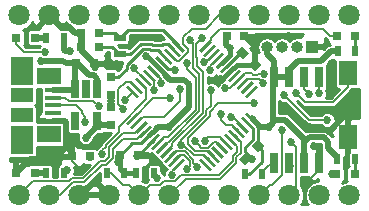
<source format=gbr>
G04 #@! TF.FileFunction,Copper,L1,Top,Signal*
%FSLAX46Y46*%
G04 Gerber Fmt 4.6, Leading zero omitted, Abs format (unit mm)*
G04 Created by KiCad (PCBNEW 4.0.7) date 2017 December 25, Monday 22:32:58*
%MOMM*%
%LPD*%
G01*
G04 APERTURE LIST*
%ADD10C,0.100000*%
%ADD11R,1.000000X1.000000*%
%ADD12O,1.000000X1.000000*%
%ADD13R,0.800000X0.750000*%
%ADD14R,0.650000X1.560000*%
%ADD15R,0.750000X0.800000*%
%ADD16C,1.800000*%
%ADD17R,0.500000X0.900000*%
%ADD18R,1.380000X0.450000*%
%ADD19R,2.100000X1.475000*%
%ADD20R,1.900000X2.375000*%
%ADD21R,1.900000X1.175000*%
%ADD22R,1.600000X2.000000*%
%ADD23R,0.800000X0.800000*%
%ADD24R,1.100000X0.600000*%
%ADD25R,0.650000X1.700000*%
%ADD26C,0.685800*%
%ADD27C,0.508000*%
%ADD28C,0.254000*%
%ADD29C,0.152400*%
%ADD30C,0.381000*%
G04 APERTURE END LIST*
D10*
D11*
X144526000Y-99568000D03*
D12*
X143256000Y-99568000D03*
X141986000Y-99568000D03*
X140716000Y-99568000D03*
D13*
X128294000Y-108712000D03*
X129794000Y-108712000D03*
D10*
G36*
X139971678Y-107401992D02*
X140502008Y-107932322D01*
X139936322Y-108498008D01*
X139405992Y-107967678D01*
X139971678Y-107401992D01*
X139971678Y-107401992D01*
G37*
G36*
X138911018Y-108462652D02*
X139441348Y-108992982D01*
X138875662Y-109558668D01*
X138345332Y-109028338D01*
X138911018Y-108462652D01*
X138911018Y-108462652D01*
G37*
D14*
X126360000Y-103171000D03*
X125410000Y-103171000D03*
X124460000Y-103171000D03*
X124460000Y-105871000D03*
X126360000Y-105871000D03*
D15*
X127508000Y-106172000D03*
X127508000Y-104672000D03*
D16*
X119761000Y-112141000D03*
X122301000Y-112141000D03*
X124841000Y-112141000D03*
X127381000Y-112141000D03*
X129921000Y-112141000D03*
X132461000Y-112141000D03*
X135001000Y-112141000D03*
X137541000Y-112141000D03*
X140081000Y-112141000D03*
X142621000Y-112141000D03*
X145161000Y-112141000D03*
X147701000Y-112141000D03*
X147701000Y-96901000D03*
X145161000Y-96901000D03*
X142621000Y-96901000D03*
X140081000Y-96901000D03*
X137541000Y-96901000D03*
X135001000Y-96901000D03*
X132461000Y-96901000D03*
X129921000Y-96901000D03*
X127381000Y-96901000D03*
X124841000Y-96901000D03*
X122301000Y-96901000D03*
X119761000Y-96901000D03*
D13*
X137311000Y-98679000D03*
X138811000Y-98679000D03*
D10*
G36*
X138091332Y-100013662D02*
X138621662Y-99483332D01*
X139187348Y-100049018D01*
X138657018Y-100579348D01*
X138091332Y-100013662D01*
X138091332Y-100013662D01*
G37*
G36*
X139151992Y-101074322D02*
X139682322Y-100543992D01*
X140248008Y-101109678D01*
X139717678Y-101640008D01*
X139151992Y-101074322D01*
X139151992Y-101074322D01*
G37*
D13*
X124587000Y-100965000D03*
X126087000Y-100965000D03*
D17*
X123547000Y-98806000D03*
X122047000Y-98806000D03*
D13*
X124992000Y-98425000D03*
X126492000Y-98425000D03*
D15*
X127508000Y-102132000D03*
X127508000Y-103632000D03*
D13*
X125706000Y-108839000D03*
X124206000Y-108839000D03*
D17*
X127151000Y-110236000D03*
X128651000Y-110236000D03*
D18*
X122611500Y-103221000D03*
X122611500Y-103871000D03*
X122611500Y-104521000D03*
X122611500Y-105171000D03*
X122611500Y-105821000D03*
D19*
X122251500Y-102058500D03*
X122251500Y-106983500D03*
D20*
X119951500Y-101611000D03*
X119951500Y-107431000D03*
D21*
X119951500Y-103681000D03*
X119951500Y-105361000D03*
D22*
X147574000Y-101821000D03*
X147574000Y-107221000D03*
D23*
X121107000Y-98806000D03*
X119507000Y-98806000D03*
D17*
X131167000Y-110236000D03*
X129667000Y-110236000D03*
X123547000Y-110236000D03*
X122047000Y-110236000D03*
D13*
X124992000Y-99568000D03*
X126492000Y-99568000D03*
D23*
X121069000Y-110236000D03*
X119469000Y-110236000D03*
D24*
X128270000Y-98803000D03*
X128270000Y-100203000D03*
D23*
X148209000Y-98679000D03*
X146609000Y-98679000D03*
X148158000Y-110363000D03*
X146558000Y-110363000D03*
D10*
G36*
X132691270Y-99129311D02*
X132868047Y-98952534D01*
X133787286Y-99871773D01*
X133610509Y-100048550D01*
X132691270Y-99129311D01*
X132691270Y-99129311D01*
G37*
G36*
X132337717Y-99482864D02*
X132514494Y-99306087D01*
X133433733Y-100225326D01*
X133256956Y-100402103D01*
X132337717Y-99482864D01*
X132337717Y-99482864D01*
G37*
G36*
X131984163Y-99836418D02*
X132160940Y-99659641D01*
X133080179Y-100578880D01*
X132903402Y-100755657D01*
X131984163Y-99836418D01*
X131984163Y-99836418D01*
G37*
G36*
X131630610Y-100189971D02*
X131807387Y-100013194D01*
X132726626Y-100932433D01*
X132549849Y-101109210D01*
X131630610Y-100189971D01*
X131630610Y-100189971D01*
G37*
G36*
X131277057Y-100543524D02*
X131453834Y-100366747D01*
X132373073Y-101285986D01*
X132196296Y-101462763D01*
X131277057Y-100543524D01*
X131277057Y-100543524D01*
G37*
G36*
X130923503Y-100897078D02*
X131100280Y-100720301D01*
X132019519Y-101639540D01*
X131842742Y-101816317D01*
X130923503Y-100897078D01*
X130923503Y-100897078D01*
G37*
G36*
X130569950Y-101250631D02*
X130746727Y-101073854D01*
X131665966Y-101993093D01*
X131489189Y-102169870D01*
X130569950Y-101250631D01*
X130569950Y-101250631D01*
G37*
G36*
X130216396Y-101604185D02*
X130393173Y-101427408D01*
X131312412Y-102346647D01*
X131135635Y-102523424D01*
X130216396Y-101604185D01*
X130216396Y-101604185D01*
G37*
G36*
X129862843Y-101957738D02*
X130039620Y-101780961D01*
X130958859Y-102700200D01*
X130782082Y-102876977D01*
X129862843Y-101957738D01*
X129862843Y-101957738D01*
G37*
G36*
X129509290Y-102311291D02*
X129686067Y-102134514D01*
X130605306Y-103053753D01*
X130428529Y-103230530D01*
X129509290Y-102311291D01*
X129509290Y-102311291D01*
G37*
G36*
X129155736Y-102664845D02*
X129332513Y-102488068D01*
X130251752Y-103407307D01*
X130074975Y-103584084D01*
X129155736Y-102664845D01*
X129155736Y-102664845D01*
G37*
G36*
X128802183Y-103018398D02*
X128978960Y-102841621D01*
X129898199Y-103760860D01*
X129721422Y-103937637D01*
X128802183Y-103018398D01*
X128802183Y-103018398D01*
G37*
G36*
X128978960Y-106200379D02*
X128802183Y-106023602D01*
X129721422Y-105104363D01*
X129898199Y-105281140D01*
X128978960Y-106200379D01*
X128978960Y-106200379D01*
G37*
G36*
X129332513Y-106553932D02*
X129155736Y-106377155D01*
X130074975Y-105457916D01*
X130251752Y-105634693D01*
X129332513Y-106553932D01*
X129332513Y-106553932D01*
G37*
G36*
X129686067Y-106907486D02*
X129509290Y-106730709D01*
X130428529Y-105811470D01*
X130605306Y-105988247D01*
X129686067Y-106907486D01*
X129686067Y-106907486D01*
G37*
G36*
X130039620Y-107261039D02*
X129862843Y-107084262D01*
X130782082Y-106165023D01*
X130958859Y-106341800D01*
X130039620Y-107261039D01*
X130039620Y-107261039D01*
G37*
G36*
X130393173Y-107614592D02*
X130216396Y-107437815D01*
X131135635Y-106518576D01*
X131312412Y-106695353D01*
X130393173Y-107614592D01*
X130393173Y-107614592D01*
G37*
G36*
X130746727Y-107968146D02*
X130569950Y-107791369D01*
X131489189Y-106872130D01*
X131665966Y-107048907D01*
X130746727Y-107968146D01*
X130746727Y-107968146D01*
G37*
G36*
X131100280Y-108321699D02*
X130923503Y-108144922D01*
X131842742Y-107225683D01*
X132019519Y-107402460D01*
X131100280Y-108321699D01*
X131100280Y-108321699D01*
G37*
G36*
X131453834Y-108675253D02*
X131277057Y-108498476D01*
X132196296Y-107579237D01*
X132373073Y-107756014D01*
X131453834Y-108675253D01*
X131453834Y-108675253D01*
G37*
G36*
X131807387Y-109028806D02*
X131630610Y-108852029D01*
X132549849Y-107932790D01*
X132726626Y-108109567D01*
X131807387Y-109028806D01*
X131807387Y-109028806D01*
G37*
G36*
X132160940Y-109382359D02*
X131984163Y-109205582D01*
X132903402Y-108286343D01*
X133080179Y-108463120D01*
X132160940Y-109382359D01*
X132160940Y-109382359D01*
G37*
G36*
X132514494Y-109735913D02*
X132337717Y-109559136D01*
X133256956Y-108639897D01*
X133433733Y-108816674D01*
X132514494Y-109735913D01*
X132514494Y-109735913D01*
G37*
G36*
X132868047Y-110089466D02*
X132691270Y-109912689D01*
X133610509Y-108993450D01*
X133787286Y-109170227D01*
X132868047Y-110089466D01*
X132868047Y-110089466D01*
G37*
G36*
X134954012Y-109170227D02*
X135130789Y-108993450D01*
X136050028Y-109912689D01*
X135873251Y-110089466D01*
X134954012Y-109170227D01*
X134954012Y-109170227D01*
G37*
G36*
X135307565Y-108816674D02*
X135484342Y-108639897D01*
X136403581Y-109559136D01*
X136226804Y-109735913D01*
X135307565Y-108816674D01*
X135307565Y-108816674D01*
G37*
G36*
X135661119Y-108463120D02*
X135837896Y-108286343D01*
X136757135Y-109205582D01*
X136580358Y-109382359D01*
X135661119Y-108463120D01*
X135661119Y-108463120D01*
G37*
G36*
X136014672Y-108109567D02*
X136191449Y-107932790D01*
X137110688Y-108852029D01*
X136933911Y-109028806D01*
X136014672Y-108109567D01*
X136014672Y-108109567D01*
G37*
G36*
X136368225Y-107756014D02*
X136545002Y-107579237D01*
X137464241Y-108498476D01*
X137287464Y-108675253D01*
X136368225Y-107756014D01*
X136368225Y-107756014D01*
G37*
G36*
X136721779Y-107402460D02*
X136898556Y-107225683D01*
X137817795Y-108144922D01*
X137641018Y-108321699D01*
X136721779Y-107402460D01*
X136721779Y-107402460D01*
G37*
G36*
X137075332Y-107048907D02*
X137252109Y-106872130D01*
X138171348Y-107791369D01*
X137994571Y-107968146D01*
X137075332Y-107048907D01*
X137075332Y-107048907D01*
G37*
G36*
X137428886Y-106695353D02*
X137605663Y-106518576D01*
X138524902Y-107437815D01*
X138348125Y-107614592D01*
X137428886Y-106695353D01*
X137428886Y-106695353D01*
G37*
G36*
X137782439Y-106341800D02*
X137959216Y-106165023D01*
X138878455Y-107084262D01*
X138701678Y-107261039D01*
X137782439Y-106341800D01*
X137782439Y-106341800D01*
G37*
G36*
X138135992Y-105988247D02*
X138312769Y-105811470D01*
X139232008Y-106730709D01*
X139055231Y-106907486D01*
X138135992Y-105988247D01*
X138135992Y-105988247D01*
G37*
G36*
X138489546Y-105634693D02*
X138666323Y-105457916D01*
X139585562Y-106377155D01*
X139408785Y-106553932D01*
X138489546Y-105634693D01*
X138489546Y-105634693D01*
G37*
G36*
X138843099Y-105281140D02*
X139019876Y-105104363D01*
X139939115Y-106023602D01*
X139762338Y-106200379D01*
X138843099Y-105281140D01*
X138843099Y-105281140D01*
G37*
G36*
X139019876Y-103937637D02*
X138843099Y-103760860D01*
X139762338Y-102841621D01*
X139939115Y-103018398D01*
X139019876Y-103937637D01*
X139019876Y-103937637D01*
G37*
G36*
X138666323Y-103584084D02*
X138489546Y-103407307D01*
X139408785Y-102488068D01*
X139585562Y-102664845D01*
X138666323Y-103584084D01*
X138666323Y-103584084D01*
G37*
G36*
X138312769Y-103230530D02*
X138135992Y-103053753D01*
X139055231Y-102134514D01*
X139232008Y-102311291D01*
X138312769Y-103230530D01*
X138312769Y-103230530D01*
G37*
G36*
X137959216Y-102876977D02*
X137782439Y-102700200D01*
X138701678Y-101780961D01*
X138878455Y-101957738D01*
X137959216Y-102876977D01*
X137959216Y-102876977D01*
G37*
G36*
X137605663Y-102523424D02*
X137428886Y-102346647D01*
X138348125Y-101427408D01*
X138524902Y-101604185D01*
X137605663Y-102523424D01*
X137605663Y-102523424D01*
G37*
G36*
X137252109Y-102169870D02*
X137075332Y-101993093D01*
X137994571Y-101073854D01*
X138171348Y-101250631D01*
X137252109Y-102169870D01*
X137252109Y-102169870D01*
G37*
G36*
X136898556Y-101816317D02*
X136721779Y-101639540D01*
X137641018Y-100720301D01*
X137817795Y-100897078D01*
X136898556Y-101816317D01*
X136898556Y-101816317D01*
G37*
G36*
X136545002Y-101462763D02*
X136368225Y-101285986D01*
X137287464Y-100366747D01*
X137464241Y-100543524D01*
X136545002Y-101462763D01*
X136545002Y-101462763D01*
G37*
G36*
X136191449Y-101109210D02*
X136014672Y-100932433D01*
X136933911Y-100013194D01*
X137110688Y-100189971D01*
X136191449Y-101109210D01*
X136191449Y-101109210D01*
G37*
G36*
X135837896Y-100755657D02*
X135661119Y-100578880D01*
X136580358Y-99659641D01*
X136757135Y-99836418D01*
X135837896Y-100755657D01*
X135837896Y-100755657D01*
G37*
G36*
X135484342Y-100402103D02*
X135307565Y-100225326D01*
X136226804Y-99306087D01*
X136403581Y-99482864D01*
X135484342Y-100402103D01*
X135484342Y-100402103D01*
G37*
G36*
X135130789Y-100048550D02*
X134954012Y-99871773D01*
X135873251Y-98952534D01*
X136050028Y-99129311D01*
X135130789Y-100048550D01*
X135130789Y-100048550D01*
G37*
D17*
X146697000Y-99949000D03*
X148197000Y-99949000D03*
X146685000Y-109093000D03*
X148185000Y-109093000D03*
X140335000Y-110363000D03*
X138835000Y-110363000D03*
D25*
X141351000Y-109441000D03*
X142621000Y-109441000D03*
X143891000Y-109441000D03*
X145161000Y-109441000D03*
X145161000Y-102141000D03*
X143891000Y-102141000D03*
X142621000Y-102141000D03*
X141351000Y-102141000D03*
D26*
X121579315Y-100774952D03*
X146098918Y-101013918D03*
X129757485Y-108786648D03*
X126275147Y-107679262D03*
X126136267Y-101239168D03*
X139433421Y-109036500D03*
X143891000Y-111125000D03*
X124968000Y-109982000D03*
X143872800Y-106273522D03*
X139573000Y-98933000D03*
X139665788Y-101085047D03*
X142621000Y-98679000D03*
X129314878Y-99123714D03*
X131447181Y-98799580D03*
X128045094Y-101062906D03*
X146138276Y-102652997D03*
X131215296Y-109234391D03*
X123940152Y-107246507D03*
X127508000Y-104140000D03*
X121569756Y-109086747D03*
X132931601Y-101539645D03*
X144682067Y-107985316D03*
X124992000Y-98425000D03*
X147320000Y-104140000D03*
X136861472Y-102311049D03*
X125410000Y-103171000D03*
X143145766Y-103454580D03*
X140428674Y-101833333D03*
X137201597Y-103077152D03*
X131132621Y-103232135D03*
X136855972Y-105217389D03*
X126458800Y-104595688D03*
X137678538Y-105522200D03*
X125350842Y-105965915D03*
X131758979Y-102641046D03*
X128144031Y-109308762D03*
X124076749Y-99878665D03*
X140852311Y-106350676D03*
X130458349Y-100383030D03*
X125367916Y-107248354D03*
X125732874Y-108859202D03*
X123771336Y-110011664D03*
X132429683Y-106360421D03*
X137549013Y-99666314D03*
X135976082Y-103202559D03*
X133467624Y-107838676D03*
X121956084Y-100017074D03*
X142188258Y-103650081D03*
X140350892Y-102667928D03*
X146207130Y-110364422D03*
X145802040Y-105758211D03*
X129496844Y-101335109D03*
X132676039Y-110391508D03*
X141986036Y-106586446D03*
X134610636Y-107558396D03*
X135448434Y-107532058D03*
X142780018Y-107624305D03*
X128561832Y-104863876D03*
X128683111Y-104034484D03*
X131390498Y-110647049D03*
X133919214Y-100946769D03*
X134175680Y-99030336D03*
X135180880Y-98839476D03*
X139645867Y-104358973D03*
X126779480Y-108611121D03*
X135907781Y-101524092D03*
X135367036Y-100883628D03*
X132539616Y-103937931D03*
X145161000Y-103517699D03*
X144288778Y-103525320D03*
X133345204Y-103099306D03*
X134834893Y-109755945D03*
X141293925Y-109571160D03*
X133940818Y-109872691D03*
X142628041Y-109620775D03*
D27*
X124612000Y-100965000D02*
X124587000Y-100965000D01*
X125631599Y-101984599D02*
X124612000Y-100965000D01*
X126060121Y-101984599D02*
X125631599Y-101984599D01*
X126360000Y-102284478D02*
X126060121Y-101984599D01*
X126360000Y-103171000D02*
X126360000Y-102284478D01*
X123679000Y-100965000D02*
X123488952Y-100774952D01*
X123488952Y-100774952D02*
X121579315Y-100774952D01*
X124587000Y-100965000D02*
X123679000Y-100965000D01*
X124460000Y-103171000D02*
X124460000Y-101092000D01*
X124460000Y-101092000D02*
X124587000Y-100965000D01*
X122611500Y-103221000D02*
X124410000Y-103221000D01*
X124410000Y-103221000D02*
X124460000Y-103171000D01*
X146138276Y-102652997D02*
X146138276Y-101053276D01*
X146138276Y-101053276D02*
X146098918Y-101013918D01*
X129757485Y-108786648D02*
X130767553Y-108786648D01*
X130767553Y-108786648D02*
X131215296Y-109234391D01*
D28*
X129757485Y-108786648D02*
X129757485Y-108780611D01*
X129757485Y-108780611D02*
X131117958Y-107420138D01*
X125932248Y-108022161D02*
X126275147Y-107679262D01*
X124715806Y-108022161D02*
X125932248Y-108022161D01*
X123940152Y-107246507D02*
X124715806Y-108022161D01*
D27*
X126136267Y-101014267D02*
X126136267Y-101239168D01*
X126087000Y-100965000D02*
X126136267Y-101014267D01*
D28*
X126312529Y-101062906D02*
X126136267Y-101239168D01*
X128045094Y-101062906D02*
X126312529Y-101062906D01*
X139090522Y-108693601D02*
X139433421Y-109036500D01*
D29*
X145161000Y-109441000D02*
X145161000Y-109966000D01*
X145161000Y-109966000D02*
X144002000Y-111125000D01*
X144002000Y-111125000D02*
X143891000Y-111125000D01*
X124206000Y-108839000D02*
X124206000Y-109220000D01*
X124206000Y-109220000D02*
X124968000Y-109982000D01*
D27*
X144357733Y-106273522D02*
X143872800Y-106273522D01*
X146098916Y-106570301D02*
X144654512Y-106570301D01*
X147320000Y-105349217D02*
X146098916Y-106570301D01*
X147320000Y-104140000D02*
X147320000Y-105349217D01*
X144654512Y-106570301D02*
X144357733Y-106273522D01*
X139700000Y-101092000D02*
X139693047Y-101085047D01*
X139693047Y-101085047D02*
X139665788Y-101085047D01*
D28*
X131447181Y-98799580D02*
X129639012Y-98799580D01*
X129639012Y-98799580D02*
X129314878Y-99123714D01*
X139511418Y-107467104D02*
X138893340Y-108085182D01*
X138893340Y-108496419D02*
X139090522Y-108693601D01*
X138893340Y-108085182D02*
X138893340Y-108496419D01*
D27*
X123940152Y-107145553D02*
X123940152Y-107246507D01*
X123728599Y-106934000D02*
X123940152Y-107145553D01*
X127508000Y-104672000D02*
X127508000Y-104140000D01*
X127508000Y-104140000D02*
X127508000Y-103632000D01*
X124992000Y-99568000D02*
X124992000Y-99870000D01*
X124992000Y-99870000D02*
X126087000Y-100965000D01*
X124992000Y-99568000D02*
X125017000Y-99568000D01*
X124206000Y-108839000D02*
X124206000Y-108502824D01*
X124206000Y-108502824D02*
X123728599Y-108025423D01*
X119469000Y-110236000D02*
X120618253Y-109086747D01*
X120618253Y-109086747D02*
X121569756Y-109086747D01*
X122667275Y-109086747D02*
X122054689Y-109086747D01*
X123728599Y-108025423D02*
X122667275Y-109086747D01*
X122054689Y-109086747D02*
X121569756Y-109086747D01*
D28*
X132355394Y-101445084D02*
X132837040Y-101445084D01*
X132837040Y-101445084D02*
X132931601Y-101539645D01*
X131825065Y-100914755D02*
X132355394Y-101445084D01*
D27*
X145161000Y-108083000D02*
X145063316Y-107985316D01*
X145161000Y-109441000D02*
X145161000Y-108083000D01*
X145063316Y-107985316D02*
X144682067Y-107985316D01*
X147574000Y-107221000D02*
X147574000Y-104394000D01*
X147574000Y-104394000D02*
X147320000Y-104140000D01*
D30*
X136934153Y-102311049D02*
X136861472Y-102311049D01*
X137623340Y-101621862D02*
X136934153Y-102311049D01*
D27*
X123728599Y-105941577D02*
X123728599Y-106934000D01*
X123728599Y-106934000D02*
X123728599Y-107594599D01*
X123608022Y-105821000D02*
X122611500Y-105821000D01*
D30*
X137623340Y-101621862D02*
X138160704Y-101084498D01*
X138160704Y-101084498D02*
X139062168Y-101084498D01*
X139062168Y-101084498D02*
X139069670Y-101092000D01*
X139069670Y-101092000D02*
X139700000Y-101092000D01*
D27*
X139700000Y-101092000D02*
X139700000Y-99497660D01*
X139700000Y-99497660D02*
X138776670Y-98574330D01*
D28*
X139511418Y-107467104D02*
X139511418Y-106479788D01*
X139511418Y-106479788D02*
X139037554Y-106005924D01*
D27*
X124992000Y-98425000D02*
X124457401Y-98425000D01*
X124457401Y-98425000D02*
X123833400Y-97800999D01*
X123833400Y-97800999D02*
X123200999Y-97800999D01*
X123200999Y-97800999D02*
X122301000Y-96901000D01*
X124992000Y-99568000D02*
X124992000Y-98425000D01*
X124841000Y-112141000D02*
X127381000Y-112141000D01*
X123728599Y-108025423D02*
X123728599Y-107594599D01*
X123608022Y-105821000D02*
X123728599Y-105941577D01*
X122047000Y-98806000D02*
X121107000Y-98806000D01*
D29*
X143488665Y-103797479D02*
X143145766Y-103454580D01*
X147574000Y-101821000D02*
X147574000Y-102973400D01*
X147574000Y-102973400D02*
X146280400Y-104267000D01*
X146280400Y-104267000D02*
X143958186Y-104267000D01*
X143958186Y-104267000D02*
X143488665Y-103797479D01*
X139443612Y-101798640D02*
X139573453Y-101928481D01*
X138860776Y-101798640D02*
X139443612Y-101798640D01*
X139573453Y-101928481D02*
X139848593Y-101928481D01*
X139943741Y-101833333D02*
X140428674Y-101833333D01*
X138330447Y-102328969D02*
X138860776Y-101798640D01*
X139848593Y-101928481D02*
X139943741Y-101833333D01*
X138330447Y-102328969D02*
X137582264Y-103077152D01*
X137582264Y-103077152D02*
X137201597Y-103077152D01*
D28*
X127508000Y-102132000D02*
X128137000Y-102132000D01*
X131648289Y-100030873D02*
X132178618Y-100561202D01*
X131481837Y-99864421D02*
X131648289Y-100030873D01*
X130889027Y-99864421D02*
X131481837Y-99864421D01*
X130201902Y-99732449D02*
X130757055Y-99732449D01*
X128846262Y-101422738D02*
X128846262Y-101088089D01*
X128137000Y-102132000D02*
X128846262Y-101422738D01*
X130757055Y-99732449D02*
X130889027Y-99864421D01*
X128846262Y-101088089D02*
X130201902Y-99732449D01*
X137269787Y-101268309D02*
X138506756Y-100031340D01*
X138506756Y-100031340D02*
X138639340Y-100031340D01*
D29*
X131187469Y-102398481D02*
X131187469Y-103177287D01*
X131187469Y-103177287D02*
X131132621Y-103232135D01*
X130764404Y-101975416D02*
X131187469Y-102398481D01*
X136855972Y-105702322D02*
X136855972Y-105217389D01*
X136855972Y-105757320D02*
X136855972Y-105702322D01*
X137281354Y-106182702D02*
X136855972Y-105757320D01*
X137800118Y-106182702D02*
X137281354Y-106182702D01*
X138330447Y-106713031D02*
X137800118Y-106182702D01*
X126115901Y-104252789D02*
X126458800Y-104595688D01*
X126042713Y-104179601D02*
X126115901Y-104252789D01*
X123952119Y-104179601D02*
X126042713Y-104179601D01*
X123643518Y-103871000D02*
X123952119Y-104179601D01*
X122611500Y-103871000D02*
X123643518Y-103871000D01*
X137846722Y-105522200D02*
X137678538Y-105522200D01*
X138684000Y-106359478D02*
X137846722Y-105522200D01*
X122611500Y-104521000D02*
X124564242Y-104521000D01*
X125051798Y-105008556D02*
X125051798Y-105181938D01*
X124564242Y-104521000D02*
X125051798Y-105008556D01*
X125051798Y-105181938D02*
X125350842Y-105480982D01*
X125350842Y-105480982D02*
X125350842Y-105965915D01*
X133591452Y-98768738D02*
X134330589Y-98029601D01*
X133244386Y-100737978D02*
X134015896Y-99966468D01*
X135542729Y-98029601D02*
X136671330Y-96901000D01*
X134015896Y-99966468D02*
X134015896Y-99729102D01*
X132532171Y-100207649D02*
X133062500Y-100737978D01*
X133591452Y-99304658D02*
X133591452Y-98768738D01*
X133062500Y-100737978D02*
X133244386Y-100737978D01*
X134015896Y-99729102D02*
X133591452Y-99304658D01*
X134330589Y-98029601D02*
X135542729Y-98029601D01*
X136671330Y-96901000D02*
X137541000Y-96901000D01*
X131117958Y-101621862D02*
X131758979Y-102262883D01*
X131758979Y-102262883D02*
X131758979Y-102641046D01*
D27*
X121069000Y-110236000D02*
X122047000Y-110236000D01*
X142621000Y-102141000D02*
X142621000Y-101504478D01*
X146104151Y-99949000D02*
X146455000Y-99949000D01*
X142621000Y-101504478D02*
X143381176Y-100744302D01*
X143381176Y-100744302D02*
X145308849Y-100744302D01*
X145308849Y-100744302D02*
X146104151Y-99949000D01*
D30*
X128294000Y-109468000D02*
X128294000Y-108712000D01*
X128294000Y-109879000D02*
X128294000Y-109468000D01*
X128651000Y-110236000D02*
X128294000Y-109879000D01*
D27*
X141351000Y-102141000D02*
X141188391Y-102303609D01*
X141188391Y-105710431D02*
X141209992Y-105732032D01*
X141188391Y-102303609D02*
X141188391Y-105710431D01*
X128255860Y-108712000D02*
X128144031Y-108823829D01*
X128144031Y-108823829D02*
X128144031Y-109308762D01*
X128294000Y-108712000D02*
X128255860Y-108712000D01*
X123547000Y-98806000D02*
X123547000Y-99764000D01*
X123547000Y-99764000D02*
X123661665Y-99878665D01*
X123661665Y-99878665D02*
X124076749Y-99878665D01*
X140136660Y-106350676D02*
X140367378Y-106350676D01*
X141195210Y-106007777D02*
X140852311Y-106350676D01*
X141209992Y-105992995D02*
X141195210Y-106007777D01*
X139414731Y-105628747D02*
X140136660Y-106350676D01*
X141209992Y-105732032D02*
X141209992Y-105992995D01*
X140367378Y-106350676D02*
X140852311Y-106350676D01*
X142240590Y-105732032D02*
X141209992Y-105732032D01*
X143891000Y-107382442D02*
X142240590Y-105732032D01*
X143891000Y-107716883D02*
X143891000Y-107382442D01*
D30*
X131471511Y-101268309D02*
X130586232Y-100383030D01*
X130586232Y-100383030D02*
X130458349Y-100383030D01*
D28*
X130764404Y-107066584D02*
X130079722Y-107751266D01*
X130079722Y-107751266D02*
X129279734Y-107751266D01*
X129279734Y-107751266D02*
X128319000Y-108712000D01*
X128319000Y-108712000D02*
X128294000Y-108712000D01*
D27*
X127508000Y-106172000D02*
X126661000Y-106172000D01*
X126661000Y-106172000D02*
X126360000Y-105871000D01*
X125367916Y-107248354D02*
X126360000Y-106256270D01*
X126360000Y-106256270D02*
X126360000Y-105871000D01*
X125437646Y-107248354D02*
X125367916Y-107248354D01*
X126360000Y-105871000D02*
X126360000Y-106326000D01*
X132100638Y-101922030D02*
X132528613Y-102350005D01*
X131470567Y-106360421D02*
X131944750Y-106360421D01*
X131944750Y-106360421D02*
X132429683Y-106360421D01*
X131336848Y-106494140D02*
X131470567Y-106360421D01*
X132772582Y-106017522D02*
X132429683Y-106360421D01*
X133704869Y-102350005D02*
X134094505Y-102739641D01*
X134094505Y-102739641D02*
X134094505Y-104695599D01*
X134094505Y-104695599D02*
X132772582Y-106017522D01*
X132528613Y-102350005D02*
X133704869Y-102350005D01*
D30*
X129667000Y-110236000D02*
X128651000Y-110236000D01*
D27*
X146685000Y-108893000D02*
X146685000Y-109093000D01*
X143891000Y-107667417D02*
X144322402Y-107236015D01*
X145903756Y-108111756D02*
X146685000Y-108893000D01*
X143891000Y-107716883D02*
X143891000Y-107667417D01*
X145514120Y-107236015D02*
X145903756Y-107625651D01*
X144322402Y-107236015D02*
X145514120Y-107236015D01*
X145903756Y-107625651D02*
X145903756Y-108111756D01*
X143891000Y-109441000D02*
X143891000Y-107716883D01*
D30*
X132061733Y-101858531D02*
X132100638Y-101922030D01*
X132100638Y-101922030D02*
X132001840Y-101798638D01*
X132001840Y-101798638D02*
X131471511Y-101268309D01*
D27*
X137276670Y-98574330D02*
X137276670Y-99393971D01*
X137276670Y-99393971D02*
X137549013Y-99666314D01*
D30*
X137549013Y-100151247D02*
X137549013Y-99666314D01*
X137549013Y-100281975D02*
X137549013Y-100151247D01*
X136916233Y-100914755D02*
X137549013Y-100281975D01*
D27*
X140716000Y-100148000D02*
X140716000Y-99441000D01*
X141351000Y-102141000D02*
X141351000Y-100783000D01*
X141351000Y-100783000D02*
X140716000Y-100148000D01*
D28*
X140289875Y-108285875D02*
X139954000Y-107950000D01*
X138835000Y-110363000D02*
X139221800Y-110363000D01*
X139221800Y-110363000D02*
X140289875Y-109294925D01*
X140289875Y-109294925D02*
X140289875Y-108285875D01*
D30*
X130764404Y-107066584D02*
X131336848Y-106494140D01*
D27*
X142621000Y-102141000D02*
X141351000Y-102141000D01*
D28*
X139954000Y-107950000D02*
X139954000Y-106215264D01*
X139954000Y-106215264D02*
X139391107Y-105652371D01*
X128270000Y-98803000D02*
X128924055Y-98148945D01*
X128924055Y-98148945D02*
X131887681Y-98148945D01*
X131887681Y-98148945D02*
X133239278Y-99500542D01*
X126492000Y-98425000D02*
X127892000Y-98425000D01*
X127892000Y-98425000D02*
X128270000Y-98803000D01*
X129156600Y-100203000D02*
X130033562Y-99326038D01*
X130033562Y-99326038D02*
X130925395Y-99326038D01*
X131036105Y-99436748D02*
X131830252Y-99436748D01*
X131943234Y-99323766D02*
X132355396Y-99323766D01*
X128270000Y-100203000D02*
X129156600Y-100203000D01*
X131830252Y-99436748D02*
X131943234Y-99323766D01*
X132355396Y-99323766D02*
X132885725Y-99854095D01*
X130925395Y-99326038D02*
X131036105Y-99436748D01*
X128270000Y-100203000D02*
X128520000Y-100203000D01*
X132709724Y-99678094D02*
X132885725Y-99854095D01*
X126492000Y-99568000D02*
X127635000Y-99568000D01*
X127635000Y-99568000D02*
X128270000Y-100203000D01*
X126492000Y-99568000D02*
X126738078Y-99568000D01*
D29*
X135595742Y-104933731D02*
X135976082Y-104553391D01*
X135976082Y-103687492D02*
X135976082Y-103202559D01*
X133467624Y-107429225D02*
X135595742Y-105301107D01*
X133467624Y-107838676D02*
X133467624Y-107429225D01*
X135976082Y-104553391D02*
X135976082Y-103687492D01*
X135595742Y-105301107D02*
X135595742Y-104933731D01*
X133641172Y-107838676D02*
X133467624Y-107838676D01*
X134515675Y-108713179D02*
X133641172Y-107838676D01*
X135855573Y-109187905D02*
X135380847Y-108713179D01*
X135380847Y-108713179D02*
X134515675Y-108713179D01*
X121956084Y-100017074D02*
X120165674Y-100017074D01*
X120165674Y-100017074D02*
X119507000Y-99358400D01*
X119507000Y-99358400D02*
X119507000Y-98806000D01*
D28*
X148197000Y-99949000D02*
X148197000Y-98691000D01*
X148197000Y-98691000D02*
X148209000Y-98679000D01*
D29*
X135502020Y-99500542D02*
X135988535Y-99014027D01*
X135988535Y-99014027D02*
X135988535Y-98814983D01*
X135988535Y-98814983D02*
X136728119Y-98075399D01*
X145452999Y-98075399D02*
X146056600Y-98679000D01*
X136728119Y-98075399D02*
X145452999Y-98075399D01*
X146056600Y-98679000D02*
X146609000Y-98679000D01*
D28*
X148158000Y-110363000D02*
X148158000Y-109120000D01*
X148158000Y-109120000D02*
X148185000Y-109093000D01*
D29*
X142531157Y-103992980D02*
X142188258Y-103650081D01*
X145802040Y-105758211D02*
X144296388Y-105758211D01*
X144296388Y-105758211D02*
X142531157Y-103992980D01*
X138684000Y-102682522D02*
X139107064Y-102259458D01*
X140007993Y-102325029D02*
X140350892Y-102667928D01*
X139942422Y-102259458D02*
X140007993Y-102325029D01*
X139107064Y-102259458D02*
X139942422Y-102259458D01*
X130410851Y-102328969D02*
X129496844Y-101414962D01*
X129496844Y-101414962D02*
X129496844Y-101335109D01*
X132676039Y-110391508D02*
X132676039Y-110104697D01*
X132676039Y-110104697D02*
X133239278Y-109541458D01*
X140081000Y-112141000D02*
X140980999Y-111241001D01*
X140980999Y-111241001D02*
X141137481Y-111241001D01*
X141137481Y-111241001D02*
X141986036Y-110392446D01*
X141986036Y-110392446D02*
X141986036Y-107071379D01*
X141986036Y-107071379D02*
X141986036Y-106586446D01*
X135697374Y-108103559D02*
X135155799Y-108103559D01*
X136916233Y-108127245D02*
X136385904Y-107596916D01*
X134953535Y-107901295D02*
X134610636Y-107558396D01*
X135155799Y-108103559D02*
X134953535Y-107901295D01*
X136204017Y-107596916D02*
X135697374Y-108103559D01*
X136385904Y-107596916D02*
X136204017Y-107596916D01*
X137269787Y-107773691D02*
X136739458Y-107243362D01*
X136739458Y-107243362D02*
X135737130Y-107243362D01*
X135737130Y-107243362D02*
X135448434Y-107532058D01*
X143122917Y-107967204D02*
X142780018Y-107624305D01*
X143199542Y-111562458D02*
X143199542Y-108043829D01*
X142621000Y-112141000D02*
X143199542Y-111562458D01*
X143199542Y-108043829D02*
X143122917Y-107967204D01*
X125136863Y-110707588D02*
X126591863Y-109252588D01*
X124173016Y-110707588D02*
X125136863Y-110707588D01*
X129526969Y-106889807D02*
X130057298Y-106359478D01*
X127360588Y-108027863D02*
X128498644Y-106889807D01*
X119761000Y-112141000D02*
X120939204Y-110962796D01*
X127350997Y-108885426D02*
X127350997Y-108180745D01*
X126983835Y-109252588D02*
X127350997Y-108885426D01*
X127350997Y-108180745D02*
X127360588Y-108171154D01*
X126591863Y-109252588D02*
X126983835Y-109252588D01*
X123917807Y-110962796D02*
X124173016Y-110707588D01*
X120939204Y-110962796D02*
X123917807Y-110962796D01*
X127360588Y-108171154D02*
X127360588Y-108027863D01*
X128498644Y-106889807D02*
X129526969Y-106889807D01*
X126718119Y-109557399D02*
X125263119Y-111012399D01*
X130410851Y-106713031D02*
X129728226Y-107395656D01*
X127655808Y-108248851D02*
X127655808Y-109011682D01*
X127655808Y-109011682D02*
X127110091Y-109557399D01*
X124299272Y-111012399D02*
X123170670Y-112141000D01*
X128509003Y-107395656D02*
X127655808Y-108248851D01*
X127110091Y-109557399D02*
X126718119Y-109557399D01*
X129728226Y-107395656D02*
X128509003Y-107395656D01*
X123170670Y-112141000D02*
X122301000Y-112141000D01*
X125263119Y-111012399D02*
X124299272Y-111012399D01*
X128111601Y-103137477D02*
X128111601Y-104413645D01*
X129703744Y-103036076D02*
X129173415Y-102505747D01*
X128743331Y-102505747D02*
X128111601Y-103137477D01*
X129173415Y-102505747D02*
X128743331Y-102505747D01*
X128111601Y-104413645D02*
X128218933Y-104520977D01*
X128218933Y-104520977D02*
X128561832Y-104863876D01*
X129350191Y-103389629D02*
X128705336Y-104034484D01*
X128705336Y-104034484D02*
X128683111Y-104034484D01*
X137623340Y-107420138D02*
X138153669Y-107950467D01*
X137811911Y-109249288D02*
X136616998Y-110444201D01*
X138153669Y-107950467D02*
X138153669Y-108465628D01*
X131968661Y-110963009D02*
X131690669Y-111241001D01*
X138153669Y-108465628D02*
X137811911Y-108807386D01*
X136616998Y-110444201D02*
X133466955Y-110444201D01*
X137811911Y-108807386D02*
X137811911Y-109249288D01*
X133466955Y-110444201D02*
X132948147Y-110963009D01*
X131690669Y-111241001D02*
X130820999Y-111241001D01*
X130820999Y-111241001D02*
X129921000Y-112141000D01*
X132948147Y-110963009D02*
X131968661Y-110963009D01*
X127151000Y-110236000D02*
X127553400Y-110236000D01*
X127553400Y-110236000D02*
X128558401Y-111241001D01*
X128558401Y-111241001D02*
X129021001Y-111241001D01*
X129021001Y-111241001D02*
X129921000Y-112141000D01*
X130145601Y-111916399D02*
X129921000Y-112141000D01*
X131167000Y-110236000D02*
X131167000Y-110423551D01*
X131167000Y-110423551D02*
X131390498Y-110647049D01*
X132461000Y-112141000D02*
X133852989Y-110749011D01*
X133852989Y-110749011D02*
X136743255Y-110749010D01*
X136743255Y-110749010D02*
X138116722Y-109375543D01*
X138116722Y-109375543D02*
X138116722Y-109123032D01*
X138116722Y-108933642D02*
X138116722Y-109123032D01*
X137976894Y-107066584D02*
X138507223Y-107596913D01*
X138507223Y-107596913D02*
X138507223Y-108543141D01*
X138507223Y-108543141D02*
X138116722Y-108933642D01*
X131471511Y-107773691D02*
X132001840Y-107243362D01*
X132354980Y-107243362D02*
X134681309Y-104917033D01*
X134681309Y-104917033D02*
X134681309Y-104554963D01*
X134681309Y-104554963D02*
X134684743Y-104551529D01*
X134684743Y-102197231D02*
X133919214Y-101431702D01*
X133919214Y-101431702D02*
X133919214Y-100946769D01*
X134684743Y-104551529D02*
X134684743Y-102197231D01*
X132001840Y-107243362D02*
X132354980Y-107243362D01*
X134986120Y-104681219D02*
X134989554Y-104677785D01*
X134490715Y-101328718D02*
X134490715Y-100636573D01*
X134418963Y-100564821D02*
X134418963Y-99273619D01*
X134989554Y-104677785D02*
X134989554Y-101827557D01*
X131825065Y-108127245D02*
X132355394Y-107596916D01*
X134490715Y-100636573D02*
X134418963Y-100564821D01*
X132355394Y-107596916D02*
X132432493Y-107596916D01*
X134989554Y-101827557D02*
X134490715Y-101328718D01*
X134986120Y-105043289D02*
X134986120Y-104681219D01*
X134418963Y-99273619D02*
X134175680Y-99030336D01*
X132432493Y-107596916D02*
X134986120Y-105043289D01*
X132708947Y-107950469D02*
X132708947Y-107751529D01*
X132178618Y-108480798D02*
X132708947Y-107950469D01*
X134837981Y-99182375D02*
X135180880Y-98839476D01*
X134723774Y-99296582D02*
X134837981Y-99182375D01*
X134795526Y-101186343D02*
X134795526Y-100510317D01*
X135294365Y-101685182D02*
X134795526Y-101186343D01*
X135294365Y-104804041D02*
X135294365Y-101685182D01*
X134723774Y-100438565D02*
X134723774Y-99296582D01*
X134795526Y-100510317D02*
X134723774Y-100438565D01*
X132708947Y-107751529D02*
X135290931Y-105169545D01*
X135290931Y-105169545D02*
X135290931Y-104807475D01*
X135290931Y-104807475D02*
X135294365Y-104804041D01*
X135900553Y-105059987D02*
X136601567Y-104358973D01*
X136601567Y-104358973D02*
X139160934Y-104358973D01*
X134039126Y-107805561D02*
X134039126Y-107288790D01*
X135900553Y-105427363D02*
X135900553Y-105059987D01*
X135507103Y-108408368D02*
X134641933Y-108408368D01*
X139160934Y-104358973D02*
X139645867Y-104358973D01*
X134039126Y-107288790D02*
X135900553Y-105427363D01*
X134641933Y-108408368D02*
X134039126Y-107805561D01*
X136209127Y-108834351D02*
X135783145Y-108408369D01*
X135783145Y-108408369D02*
X135507103Y-108408368D01*
X130057298Y-102682522D02*
X130480362Y-103105586D01*
X130480362Y-104022118D02*
X128188694Y-106313786D01*
X130480362Y-103105586D02*
X130480362Y-104022118D01*
X128188694Y-106313786D02*
X128188694Y-106768690D01*
X127055777Y-107901607D02*
X127055777Y-108018080D01*
X128188694Y-106768690D02*
X127055777Y-107901607D01*
X127055777Y-108018080D02*
X126779480Y-108294377D01*
X126779480Y-108294377D02*
X126779480Y-108611121D01*
X136562680Y-100561202D02*
X135907781Y-101216101D01*
X135907781Y-101216101D02*
X135907781Y-101524092D01*
X136209127Y-100207649D02*
X135533148Y-100883628D01*
X135533148Y-100883628D02*
X135367036Y-100883628D01*
X129350191Y-105652371D02*
X131064631Y-103937931D01*
X131064631Y-103937931D02*
X132054683Y-103937931D01*
X132054683Y-103937931D02*
X132539616Y-103937931D01*
X145161000Y-102141000D02*
X145161000Y-103517699D01*
X144272920Y-103525320D02*
X144288778Y-103525320D01*
X143891000Y-103143400D02*
X144272920Y-103525320D01*
X143891000Y-102141000D02*
X143891000Y-103143400D01*
X132030011Y-105475595D02*
X130234073Y-105475595D01*
X130234073Y-105475595D02*
X129703744Y-106005924D01*
X133345204Y-104160402D02*
X132030011Y-105475595D01*
X133345204Y-103099306D02*
X133345204Y-104160402D01*
X134491994Y-109413046D02*
X134834893Y-109755945D01*
X132532171Y-108834351D02*
X132956333Y-108410189D01*
X134491994Y-109120565D02*
X134491994Y-109413046D01*
X133781618Y-108410189D02*
X134491994Y-109120565D01*
X132956333Y-108410189D02*
X133781618Y-108410189D01*
X140926840Y-109571160D02*
X141293925Y-109571160D01*
X140335000Y-110163000D02*
X140926840Y-109571160D01*
X140335000Y-110363000D02*
X140335000Y-110163000D01*
X132885725Y-109187905D02*
X133308790Y-108764840D01*
X133308790Y-108764840D02*
X133705204Y-108764840D01*
X133705204Y-108764840D02*
X134174998Y-109234635D01*
X134174998Y-109234635D02*
X134174998Y-109638511D01*
X134174998Y-109638511D02*
X133940818Y-109872691D01*
D28*
G36*
X144297673Y-110650698D02*
X144476301Y-110829327D01*
X144709690Y-110926000D01*
X144875250Y-110926000D01*
X145033998Y-110767252D01*
X145033998Y-110913889D01*
X144918005Y-110913788D01*
X144466869Y-111100194D01*
X144121407Y-111445053D01*
X143934214Y-111895864D01*
X143933788Y-112383995D01*
X144120194Y-112835131D01*
X144187945Y-112903000D01*
X143594424Y-112903000D01*
X143660593Y-112836947D01*
X143847786Y-112386136D01*
X143848212Y-111898005D01*
X143661806Y-111446869D01*
X143602742Y-111387702D01*
X143602742Y-110624406D01*
X144216000Y-110624406D01*
X144281665Y-110612051D01*
X144297673Y-110650698D01*
X144297673Y-110650698D01*
G37*
X144297673Y-110650698D02*
X144476301Y-110829327D01*
X144709690Y-110926000D01*
X144875250Y-110926000D01*
X145033998Y-110767252D01*
X145033998Y-110913889D01*
X144918005Y-110913788D01*
X144466869Y-111100194D01*
X144121407Y-111445053D01*
X143934214Y-111895864D01*
X143933788Y-112383995D01*
X144120194Y-112835131D01*
X144187945Y-112903000D01*
X143594424Y-112903000D01*
X143660593Y-112836947D01*
X143847786Y-112386136D01*
X143848212Y-111898005D01*
X143661806Y-111446869D01*
X143602742Y-111387702D01*
X143602742Y-110624406D01*
X144216000Y-110624406D01*
X144281665Y-110612051D01*
X144297673Y-110650698D01*
G36*
X126567594Y-110686000D02*
X126588200Y-110795514D01*
X126566852Y-110804357D01*
X126480446Y-111060841D01*
X127381000Y-111961395D01*
X127395143Y-111947253D01*
X127574748Y-112126858D01*
X127560605Y-112141000D01*
X127574748Y-112155143D01*
X127395143Y-112334748D01*
X127381000Y-112320605D01*
X127366858Y-112334748D01*
X127187253Y-112155143D01*
X127201395Y-112141000D01*
X126300841Y-111240446D01*
X126111000Y-111304401D01*
X125921159Y-111240446D01*
X125020605Y-112141000D01*
X125034748Y-112155143D01*
X124855143Y-112334748D01*
X124841000Y-112320605D01*
X124826858Y-112334748D01*
X124647253Y-112155143D01*
X124661395Y-112141000D01*
X124647253Y-112126858D01*
X124826858Y-111947253D01*
X124841000Y-111961395D01*
X125417631Y-111384764D01*
X125548224Y-111297504D01*
X126567594Y-110278135D01*
X126567594Y-110686000D01*
X126567594Y-110686000D01*
G37*
X126567594Y-110686000D02*
X126588200Y-110795514D01*
X126566852Y-110804357D01*
X126480446Y-111060841D01*
X127381000Y-111961395D01*
X127395143Y-111947253D01*
X127574748Y-112126858D01*
X127560605Y-112141000D01*
X127574748Y-112155143D01*
X127395143Y-112334748D01*
X127381000Y-112320605D01*
X127366858Y-112334748D01*
X127187253Y-112155143D01*
X127201395Y-112141000D01*
X126300841Y-111240446D01*
X126111000Y-111304401D01*
X125921159Y-111240446D01*
X125020605Y-112141000D01*
X125034748Y-112155143D01*
X124855143Y-112334748D01*
X124841000Y-112320605D01*
X124826858Y-112334748D01*
X124647253Y-112155143D01*
X124661395Y-112141000D01*
X124647253Y-112126858D01*
X124826858Y-111947253D01*
X124841000Y-111961395D01*
X125417631Y-111384764D01*
X125548224Y-111297504D01*
X126567594Y-110278135D01*
X126567594Y-110686000D01*
G36*
X148490672Y-105586000D02*
X147859750Y-105586000D01*
X147701000Y-105744750D01*
X147701000Y-107094000D01*
X147721000Y-107094000D01*
X147721000Y-107348000D01*
X147701000Y-107348000D01*
X147701000Y-108406245D01*
X147627862Y-108513286D01*
X147601594Y-108643000D01*
X147601594Y-109543000D01*
X147623759Y-109660800D01*
X147525526Y-109724012D01*
X147450862Y-109833286D01*
X147424594Y-109963000D01*
X147424594Y-110763000D01*
X147447395Y-110884179D01*
X147466453Y-110913795D01*
X147458005Y-110913788D01*
X147093460Y-111064415D01*
X147190474Y-111001988D01*
X147265138Y-110892714D01*
X147291406Y-110763000D01*
X147291406Y-109963000D01*
X147268605Y-109841821D01*
X147199728Y-109734783D01*
X147242138Y-109672714D01*
X147268406Y-109543000D01*
X147268406Y-108856000D01*
X147288250Y-108856000D01*
X147447000Y-108697250D01*
X147447000Y-107348000D01*
X147427000Y-107348000D01*
X147427000Y-107094000D01*
X147447000Y-107094000D01*
X147447000Y-105744750D01*
X147288250Y-105586000D01*
X146647690Y-105586000D01*
X146472027Y-105658762D01*
X146472056Y-105625544D01*
X146370285Y-105379239D01*
X146182003Y-105190629D01*
X145935876Y-105088428D01*
X145669373Y-105088195D01*
X145423068Y-105189966D01*
X145257735Y-105355011D01*
X144463399Y-105355011D01*
X143232943Y-104124556D01*
X143245543Y-104124567D01*
X143673081Y-104552105D01*
X143803888Y-104639508D01*
X143958186Y-104670200D01*
X146280400Y-104670200D01*
X146434698Y-104639508D01*
X146565505Y-104552105D01*
X147859106Y-103258505D01*
X147928662Y-103154406D01*
X148374000Y-103154406D01*
X148495179Y-103131605D01*
X148499807Y-103128627D01*
X148490672Y-105586000D01*
X148490672Y-105586000D01*
G37*
X148490672Y-105586000D02*
X147859750Y-105586000D01*
X147701000Y-105744750D01*
X147701000Y-107094000D01*
X147721000Y-107094000D01*
X147721000Y-107348000D01*
X147701000Y-107348000D01*
X147701000Y-108406245D01*
X147627862Y-108513286D01*
X147601594Y-108643000D01*
X147601594Y-109543000D01*
X147623759Y-109660800D01*
X147525526Y-109724012D01*
X147450862Y-109833286D01*
X147424594Y-109963000D01*
X147424594Y-110763000D01*
X147447395Y-110884179D01*
X147466453Y-110913795D01*
X147458005Y-110913788D01*
X147093460Y-111064415D01*
X147190474Y-111001988D01*
X147265138Y-110892714D01*
X147291406Y-110763000D01*
X147291406Y-109963000D01*
X147268605Y-109841821D01*
X147199728Y-109734783D01*
X147242138Y-109672714D01*
X147268406Y-109543000D01*
X147268406Y-108856000D01*
X147288250Y-108856000D01*
X147447000Y-108697250D01*
X147447000Y-107348000D01*
X147427000Y-107348000D01*
X147427000Y-107094000D01*
X147447000Y-107094000D01*
X147447000Y-105744750D01*
X147288250Y-105586000D01*
X146647690Y-105586000D01*
X146472027Y-105658762D01*
X146472056Y-105625544D01*
X146370285Y-105379239D01*
X146182003Y-105190629D01*
X145935876Y-105088428D01*
X145669373Y-105088195D01*
X145423068Y-105189966D01*
X145257735Y-105355011D01*
X144463399Y-105355011D01*
X143232943Y-104124556D01*
X143245543Y-104124567D01*
X143673081Y-104552105D01*
X143803888Y-104639508D01*
X143958186Y-104670200D01*
X146280400Y-104670200D01*
X146434698Y-104639508D01*
X146565505Y-104552105D01*
X147859106Y-103258505D01*
X147928662Y-103154406D01*
X148374000Y-103154406D01*
X148495179Y-103131605D01*
X148499807Y-103128627D01*
X148490672Y-105586000D01*
G36*
X129921000Y-108585000D02*
X130576610Y-108585000D01*
X130620418Y-108603146D01*
X130873037Y-108603145D01*
X130909372Y-108588095D01*
X130966336Y-108627016D01*
X130970849Y-108627995D01*
X131041303Y-108734230D01*
X131218080Y-108911007D01*
X131319890Y-108980570D01*
X131324403Y-108981549D01*
X131394856Y-109087783D01*
X131571633Y-109264560D01*
X131673443Y-109334123D01*
X131677956Y-109335102D01*
X131748409Y-109441336D01*
X131925186Y-109618113D01*
X132026996Y-109687676D01*
X132031509Y-109688655D01*
X132101963Y-109794890D01*
X132213629Y-109906556D01*
X132108457Y-110011545D01*
X132006256Y-110257672D01*
X132006147Y-110382803D01*
X131958743Y-110268077D01*
X131770461Y-110079467D01*
X131750406Y-110071139D01*
X131750406Y-109786000D01*
X131727605Y-109664821D01*
X131655988Y-109553526D01*
X131546714Y-109478862D01*
X131417000Y-109452594D01*
X130917000Y-109452594D01*
X130795821Y-109475395D01*
X130684526Y-109547012D01*
X130609862Y-109656286D01*
X130583594Y-109786000D01*
X130583594Y-110686000D01*
X130606395Y-110807179D01*
X130652119Y-110878236D01*
X130535894Y-110955895D01*
X130456857Y-111034932D01*
X130166136Y-110914214D01*
X130156841Y-110914206D01*
X130224138Y-110815714D01*
X130250406Y-110686000D01*
X130250406Y-109786000D01*
X130238364Y-109722000D01*
X130320309Y-109722000D01*
X130553698Y-109625327D01*
X130732327Y-109446699D01*
X130829000Y-109213310D01*
X130829000Y-108997750D01*
X130670250Y-108839000D01*
X129921000Y-108839000D01*
X129921000Y-108859000D01*
X129667000Y-108859000D01*
X129667000Y-108839000D01*
X129647000Y-108839000D01*
X129647000Y-108585000D01*
X129667000Y-108585000D01*
X129667000Y-108565000D01*
X129921000Y-108565000D01*
X129921000Y-108585000D01*
X129921000Y-108585000D01*
G37*
X129921000Y-108585000D02*
X130576610Y-108585000D01*
X130620418Y-108603146D01*
X130873037Y-108603145D01*
X130909372Y-108588095D01*
X130966336Y-108627016D01*
X130970849Y-108627995D01*
X131041303Y-108734230D01*
X131218080Y-108911007D01*
X131319890Y-108980570D01*
X131324403Y-108981549D01*
X131394856Y-109087783D01*
X131571633Y-109264560D01*
X131673443Y-109334123D01*
X131677956Y-109335102D01*
X131748409Y-109441336D01*
X131925186Y-109618113D01*
X132026996Y-109687676D01*
X132031509Y-109688655D01*
X132101963Y-109794890D01*
X132213629Y-109906556D01*
X132108457Y-110011545D01*
X132006256Y-110257672D01*
X132006147Y-110382803D01*
X131958743Y-110268077D01*
X131770461Y-110079467D01*
X131750406Y-110071139D01*
X131750406Y-109786000D01*
X131727605Y-109664821D01*
X131655988Y-109553526D01*
X131546714Y-109478862D01*
X131417000Y-109452594D01*
X130917000Y-109452594D01*
X130795821Y-109475395D01*
X130684526Y-109547012D01*
X130609862Y-109656286D01*
X130583594Y-109786000D01*
X130583594Y-110686000D01*
X130606395Y-110807179D01*
X130652119Y-110878236D01*
X130535894Y-110955895D01*
X130456857Y-111034932D01*
X130166136Y-110914214D01*
X130156841Y-110914206D01*
X130224138Y-110815714D01*
X130250406Y-110686000D01*
X130250406Y-109786000D01*
X130238364Y-109722000D01*
X130320309Y-109722000D01*
X130553698Y-109625327D01*
X130732327Y-109446699D01*
X130829000Y-109213310D01*
X130829000Y-108997750D01*
X130670250Y-108839000D01*
X129921000Y-108839000D01*
X129921000Y-108859000D01*
X129667000Y-108859000D01*
X129667000Y-108839000D01*
X129647000Y-108839000D01*
X129647000Y-108585000D01*
X129667000Y-108585000D01*
X129667000Y-108565000D01*
X129921000Y-108565000D01*
X129921000Y-108585000D01*
G36*
X123801594Y-106651000D02*
X123824395Y-106772179D01*
X123896012Y-106883474D01*
X124005286Y-106958138D01*
X124135000Y-106984406D01*
X124752160Y-106984406D01*
X124698133Y-107114518D01*
X124697900Y-107381021D01*
X124799671Y-107627326D01*
X124987953Y-107815936D01*
X125234080Y-107918137D01*
X125500583Y-107918370D01*
X125746888Y-107816599D01*
X125935498Y-107628317D01*
X126024890Y-107413038D01*
X126453522Y-106984406D01*
X126685000Y-106984406D01*
X126806179Y-106961605D01*
X126917474Y-106889988D01*
X126949840Y-106842620D01*
X127003286Y-106879138D01*
X127133000Y-106905406D01*
X127481767Y-106905406D01*
X126770672Y-107616502D01*
X126683269Y-107747309D01*
X126665126Y-107838521D01*
X126503204Y-108000443D01*
X126400508Y-108042876D01*
X126265759Y-108177391D01*
X126235714Y-108156862D01*
X126106000Y-108130594D01*
X125306000Y-108130594D01*
X125184821Y-108153395D01*
X125168905Y-108163637D01*
X125144327Y-108104301D01*
X124965698Y-107925673D01*
X124732309Y-107829000D01*
X124491750Y-107829000D01*
X124333000Y-107987750D01*
X124333000Y-108712000D01*
X124353000Y-108712000D01*
X124353000Y-108966000D01*
X124333000Y-108966000D01*
X124333000Y-108986000D01*
X124079000Y-108986000D01*
X124079000Y-108966000D01*
X123329750Y-108966000D01*
X123171000Y-109124750D01*
X123171000Y-109340310D01*
X123223257Y-109466469D01*
X123175821Y-109475395D01*
X123064526Y-109547012D01*
X122989862Y-109656286D01*
X122963594Y-109786000D01*
X122963594Y-110559596D01*
X122630406Y-110559596D01*
X122630406Y-109786000D01*
X122607605Y-109664821D01*
X122535988Y-109553526D01*
X122426714Y-109478862D01*
X122297000Y-109452594D01*
X121797000Y-109452594D01*
X121675821Y-109475395D01*
X121594164Y-109527941D01*
X121469000Y-109502594D01*
X120669000Y-109502594D01*
X120547821Y-109525395D01*
X120452950Y-109586444D01*
X120407327Y-109476301D01*
X120228698Y-109297673D01*
X119995309Y-109201000D01*
X119754750Y-109201000D01*
X119596000Y-109359750D01*
X119596000Y-110109000D01*
X119616000Y-110109000D01*
X119616000Y-110363000D01*
X119596000Y-110363000D01*
X119596000Y-110383000D01*
X119342000Y-110383000D01*
X119342000Y-110363000D01*
X119322000Y-110363000D01*
X119322000Y-110109000D01*
X119342000Y-110109000D01*
X119342000Y-109359750D01*
X119183250Y-109201000D01*
X118999000Y-109201000D01*
X118999000Y-108951400D01*
X119001500Y-108951906D01*
X120901500Y-108951906D01*
X121022679Y-108929105D01*
X121133974Y-108857488D01*
X121208638Y-108748214D01*
X121234906Y-108618500D01*
X121234906Y-108054406D01*
X123301500Y-108054406D01*
X123321292Y-108050682D01*
X123267673Y-108104301D01*
X123171000Y-108337690D01*
X123171000Y-108553250D01*
X123329750Y-108712000D01*
X124079000Y-108712000D01*
X124079000Y-107987750D01*
X123920250Y-107829000D01*
X123679691Y-107829000D01*
X123601284Y-107861477D01*
X123608638Y-107850714D01*
X123634906Y-107721000D01*
X123634906Y-106595218D01*
X123661198Y-106584327D01*
X123801594Y-106443932D01*
X123801594Y-106651000D01*
X123801594Y-106651000D01*
G37*
X123801594Y-106651000D02*
X123824395Y-106772179D01*
X123896012Y-106883474D01*
X124005286Y-106958138D01*
X124135000Y-106984406D01*
X124752160Y-106984406D01*
X124698133Y-107114518D01*
X124697900Y-107381021D01*
X124799671Y-107627326D01*
X124987953Y-107815936D01*
X125234080Y-107918137D01*
X125500583Y-107918370D01*
X125746888Y-107816599D01*
X125935498Y-107628317D01*
X126024890Y-107413038D01*
X126453522Y-106984406D01*
X126685000Y-106984406D01*
X126806179Y-106961605D01*
X126917474Y-106889988D01*
X126949840Y-106842620D01*
X127003286Y-106879138D01*
X127133000Y-106905406D01*
X127481767Y-106905406D01*
X126770672Y-107616502D01*
X126683269Y-107747309D01*
X126665126Y-107838521D01*
X126503204Y-108000443D01*
X126400508Y-108042876D01*
X126265759Y-108177391D01*
X126235714Y-108156862D01*
X126106000Y-108130594D01*
X125306000Y-108130594D01*
X125184821Y-108153395D01*
X125168905Y-108163637D01*
X125144327Y-108104301D01*
X124965698Y-107925673D01*
X124732309Y-107829000D01*
X124491750Y-107829000D01*
X124333000Y-107987750D01*
X124333000Y-108712000D01*
X124353000Y-108712000D01*
X124353000Y-108966000D01*
X124333000Y-108966000D01*
X124333000Y-108986000D01*
X124079000Y-108986000D01*
X124079000Y-108966000D01*
X123329750Y-108966000D01*
X123171000Y-109124750D01*
X123171000Y-109340310D01*
X123223257Y-109466469D01*
X123175821Y-109475395D01*
X123064526Y-109547012D01*
X122989862Y-109656286D01*
X122963594Y-109786000D01*
X122963594Y-110559596D01*
X122630406Y-110559596D01*
X122630406Y-109786000D01*
X122607605Y-109664821D01*
X122535988Y-109553526D01*
X122426714Y-109478862D01*
X122297000Y-109452594D01*
X121797000Y-109452594D01*
X121675821Y-109475395D01*
X121594164Y-109527941D01*
X121469000Y-109502594D01*
X120669000Y-109502594D01*
X120547821Y-109525395D01*
X120452950Y-109586444D01*
X120407327Y-109476301D01*
X120228698Y-109297673D01*
X119995309Y-109201000D01*
X119754750Y-109201000D01*
X119596000Y-109359750D01*
X119596000Y-110109000D01*
X119616000Y-110109000D01*
X119616000Y-110363000D01*
X119596000Y-110363000D01*
X119596000Y-110383000D01*
X119342000Y-110383000D01*
X119342000Y-110363000D01*
X119322000Y-110363000D01*
X119322000Y-110109000D01*
X119342000Y-110109000D01*
X119342000Y-109359750D01*
X119183250Y-109201000D01*
X118999000Y-109201000D01*
X118999000Y-108951400D01*
X119001500Y-108951906D01*
X120901500Y-108951906D01*
X121022679Y-108929105D01*
X121133974Y-108857488D01*
X121208638Y-108748214D01*
X121234906Y-108618500D01*
X121234906Y-108054406D01*
X123301500Y-108054406D01*
X123321292Y-108050682D01*
X123267673Y-108104301D01*
X123171000Y-108337690D01*
X123171000Y-108553250D01*
X123329750Y-108712000D01*
X124079000Y-108712000D01*
X124079000Y-107987750D01*
X123920250Y-107829000D01*
X123679691Y-107829000D01*
X123601284Y-107861477D01*
X123608638Y-107850714D01*
X123634906Y-107721000D01*
X123634906Y-106595218D01*
X123661198Y-106584327D01*
X123801594Y-106443932D01*
X123801594Y-106651000D01*
G36*
X125176286Y-109521138D02*
X125306000Y-109547406D01*
X125726834Y-109547406D01*
X124969853Y-110304388D01*
X124375143Y-110304388D01*
X124441119Y-110145500D01*
X124441352Y-109878997D01*
X124384743Y-109741993D01*
X124491750Y-109849000D01*
X124732309Y-109849000D01*
X124965698Y-109752327D01*
X125144327Y-109573699D01*
X125168346Y-109515713D01*
X125176286Y-109521138D01*
X125176286Y-109521138D01*
G37*
X125176286Y-109521138D02*
X125306000Y-109547406D01*
X125726834Y-109547406D01*
X124969853Y-110304388D01*
X124375143Y-110304388D01*
X124441119Y-110145500D01*
X124441352Y-109878997D01*
X124384743Y-109741993D01*
X124491750Y-109849000D01*
X124732309Y-109849000D01*
X124965698Y-109752327D01*
X125144327Y-109573699D01*
X125168346Y-109515713D01*
X125176286Y-109521138D01*
G36*
X145322756Y-107866309D02*
X145322756Y-108079994D01*
X145288000Y-108114750D01*
X145288000Y-109314000D01*
X145308000Y-109314000D01*
X145308000Y-109568000D01*
X145288000Y-109568000D01*
X145288000Y-109588000D01*
X145034000Y-109588000D01*
X145034000Y-109568000D01*
X145014000Y-109568000D01*
X145014000Y-109314000D01*
X145034000Y-109314000D01*
X145034000Y-108114750D01*
X144875250Y-107956000D01*
X144709690Y-107956000D01*
X144476301Y-108052673D01*
X144472000Y-108056974D01*
X144472000Y-107908075D01*
X144563060Y-107817015D01*
X145273462Y-107817015D01*
X145322756Y-107866309D01*
X145322756Y-107866309D01*
G37*
X145322756Y-107866309D02*
X145322756Y-108079994D01*
X145288000Y-108114750D01*
X145288000Y-109314000D01*
X145308000Y-109314000D01*
X145308000Y-109568000D01*
X145288000Y-109568000D01*
X145288000Y-109588000D01*
X145034000Y-109588000D01*
X145034000Y-109568000D01*
X145014000Y-109568000D01*
X145014000Y-109314000D01*
X145034000Y-109314000D01*
X145034000Y-108114750D01*
X144875250Y-107956000D01*
X144709690Y-107956000D01*
X144476301Y-108052673D01*
X144472000Y-108056974D01*
X144472000Y-107908075D01*
X144563060Y-107817015D01*
X145273462Y-107817015D01*
X145322756Y-107866309D01*
G36*
X139087088Y-108996518D02*
X139072945Y-109010660D01*
X139087088Y-109024803D01*
X138907483Y-109204408D01*
X138893340Y-109190265D01*
X138879198Y-109204408D01*
X138699593Y-109024803D01*
X138713735Y-109010660D01*
X138699593Y-108996518D01*
X138879198Y-108816913D01*
X138893340Y-108831055D01*
X138907483Y-108816913D01*
X139087088Y-108996518D01*
X139087088Y-108996518D01*
G37*
X139087088Y-108996518D02*
X139072945Y-109010660D01*
X139087088Y-109024803D01*
X138907483Y-109204408D01*
X138893340Y-109190265D01*
X138879198Y-109204408D01*
X138699593Y-109024803D01*
X138713735Y-109010660D01*
X138699593Y-108996518D01*
X138879198Y-108816913D01*
X138893340Y-108831055D01*
X138907483Y-108816913D01*
X139087088Y-108996518D01*
G36*
X141808295Y-104217663D02*
X142054422Y-104319864D01*
X142288035Y-104320068D01*
X144011283Y-106043317D01*
X144133263Y-106124821D01*
X144142090Y-106130719D01*
X144296388Y-106161411D01*
X145257981Y-106161411D01*
X145422077Y-106325793D01*
X145668204Y-106427994D01*
X145934707Y-106428227D01*
X146139000Y-106343815D01*
X146139000Y-106935250D01*
X146297748Y-107093998D01*
X146193761Y-107093998D01*
X145924949Y-106825186D01*
X145736459Y-106699241D01*
X145514120Y-106655015D01*
X144322402Y-106655015D01*
X144100063Y-106699241D01*
X144057738Y-106727522D01*
X142651419Y-105321203D01*
X142462929Y-105195258D01*
X142240590Y-105151032D01*
X141769391Y-105151032D01*
X141769391Y-104178691D01*
X141808295Y-104217663D01*
X141808295Y-104217663D01*
G37*
X141808295Y-104217663D02*
X142054422Y-104319864D01*
X142288035Y-104320068D01*
X144011283Y-106043317D01*
X144133263Y-106124821D01*
X144142090Y-106130719D01*
X144296388Y-106161411D01*
X145257981Y-106161411D01*
X145422077Y-106325793D01*
X145668204Y-106427994D01*
X145934707Y-106428227D01*
X146139000Y-106343815D01*
X146139000Y-106935250D01*
X146297748Y-107093998D01*
X146193761Y-107093998D01*
X145924949Y-106825186D01*
X145736459Y-106699241D01*
X145514120Y-106655015D01*
X144322402Y-106655015D01*
X144100063Y-106699241D01*
X144057738Y-106727522D01*
X142651419Y-105321203D01*
X142462929Y-105195258D01*
X142240590Y-105151032D01*
X141769391Y-105151032D01*
X141769391Y-104178691D01*
X141808295Y-104217663D01*
G36*
X121588094Y-103446000D02*
X121607601Y-103549673D01*
X121588094Y-103646000D01*
X121588094Y-104096000D01*
X121607601Y-104199673D01*
X121588094Y-104296000D01*
X121588094Y-104746000D01*
X121607601Y-104849673D01*
X121588094Y-104946000D01*
X121588094Y-105046782D01*
X121561802Y-105057673D01*
X121383173Y-105236301D01*
X121286500Y-105469690D01*
X121286500Y-105549750D01*
X121445250Y-105708500D01*
X121818264Y-105708500D01*
X121921500Y-105729406D01*
X122758500Y-105729406D01*
X122758500Y-105912594D01*
X121234906Y-105912594D01*
X121234906Y-104773500D01*
X121212105Y-104652321D01*
X121140488Y-104541026D01*
X121112051Y-104521595D01*
X121133974Y-104507488D01*
X121208638Y-104398214D01*
X121234906Y-104268500D01*
X121234906Y-103129406D01*
X121588094Y-103129406D01*
X121588094Y-103446000D01*
X121588094Y-103446000D01*
G37*
X121588094Y-103446000D02*
X121607601Y-103549673D01*
X121588094Y-103646000D01*
X121588094Y-104096000D01*
X121607601Y-104199673D01*
X121588094Y-104296000D01*
X121588094Y-104746000D01*
X121607601Y-104849673D01*
X121588094Y-104946000D01*
X121588094Y-105046782D01*
X121561802Y-105057673D01*
X121383173Y-105236301D01*
X121286500Y-105469690D01*
X121286500Y-105549750D01*
X121445250Y-105708500D01*
X121818264Y-105708500D01*
X121921500Y-105729406D01*
X122758500Y-105729406D01*
X122758500Y-105912594D01*
X121234906Y-105912594D01*
X121234906Y-104773500D01*
X121212105Y-104652321D01*
X121140488Y-104541026D01*
X121112051Y-104521595D01*
X121133974Y-104507488D01*
X121208638Y-104398214D01*
X121234906Y-104268500D01*
X121234906Y-103129406D01*
X121588094Y-103129406D01*
X121588094Y-103446000D01*
G36*
X127635000Y-103505000D02*
X127655000Y-103505000D01*
X127655000Y-103759000D01*
X127635000Y-103759000D01*
X127635000Y-104545000D01*
X127655000Y-104545000D01*
X127655000Y-104799000D01*
X127635000Y-104799000D01*
X127635000Y-104819000D01*
X127381000Y-104819000D01*
X127381000Y-104799000D01*
X127361000Y-104799000D01*
X127361000Y-104545000D01*
X127381000Y-104545000D01*
X127381000Y-103759000D01*
X127361000Y-103759000D01*
X127361000Y-103505000D01*
X127381000Y-103505000D01*
X127381000Y-103485000D01*
X127635000Y-103485000D01*
X127635000Y-103505000D01*
X127635000Y-103505000D01*
G37*
X127635000Y-103505000D02*
X127655000Y-103505000D01*
X127655000Y-103759000D01*
X127635000Y-103759000D01*
X127635000Y-104545000D01*
X127655000Y-104545000D01*
X127655000Y-104799000D01*
X127635000Y-104799000D01*
X127635000Y-104819000D01*
X127381000Y-104819000D01*
X127381000Y-104799000D01*
X127361000Y-104799000D01*
X127361000Y-104545000D01*
X127381000Y-104545000D01*
X127381000Y-103759000D01*
X127361000Y-103759000D01*
X127361000Y-103505000D01*
X127381000Y-103505000D01*
X127381000Y-103485000D01*
X127635000Y-103485000D01*
X127635000Y-103505000D01*
G36*
X146317286Y-100706138D02*
X146447000Y-100732406D01*
X146458535Y-100732406D01*
X146440594Y-100821000D01*
X146440594Y-102821000D01*
X146463395Y-102942179D01*
X146535012Y-103053474D01*
X146644286Y-103128138D01*
X146774000Y-103154406D01*
X146822783Y-103154406D01*
X146113390Y-103863800D01*
X145742643Y-103863800D01*
X145830783Y-103651535D01*
X145831016Y-103385032D01*
X145748684Y-103185774D01*
X145793138Y-103120714D01*
X145819406Y-102991000D01*
X145819406Y-101291000D01*
X145796605Y-101169821D01*
X145760733Y-101114076D01*
X146228997Y-100645812D01*
X146317286Y-100706138D01*
X146317286Y-100706138D01*
G37*
X146317286Y-100706138D02*
X146447000Y-100732406D01*
X146458535Y-100732406D01*
X146440594Y-100821000D01*
X146440594Y-102821000D01*
X146463395Y-102942179D01*
X146535012Y-103053474D01*
X146644286Y-103128138D01*
X146774000Y-103154406D01*
X146822783Y-103154406D01*
X146113390Y-103863800D01*
X145742643Y-103863800D01*
X145830783Y-103651535D01*
X145831016Y-103385032D01*
X145748684Y-103185774D01*
X145793138Y-103120714D01*
X145819406Y-102991000D01*
X145819406Y-101291000D01*
X145796605Y-101169821D01*
X145760733Y-101114076D01*
X146228997Y-100645812D01*
X146317286Y-100706138D01*
G36*
X125537000Y-103044000D02*
X125557000Y-103044000D01*
X125557000Y-103298000D01*
X125537000Y-103298000D01*
X125537000Y-103318000D01*
X125283000Y-103318000D01*
X125283000Y-103298000D01*
X125263000Y-103298000D01*
X125263000Y-103044000D01*
X125283000Y-103044000D01*
X125283000Y-103024000D01*
X125537000Y-103024000D01*
X125537000Y-103044000D01*
X125537000Y-103044000D01*
G37*
X125537000Y-103044000D02*
X125557000Y-103044000D01*
X125557000Y-103298000D01*
X125537000Y-103298000D01*
X125537000Y-103318000D01*
X125283000Y-103318000D01*
X125283000Y-103298000D01*
X125263000Y-103298000D01*
X125263000Y-103044000D01*
X125283000Y-103044000D01*
X125283000Y-103024000D01*
X125537000Y-103024000D01*
X125537000Y-103044000D01*
G36*
X137756697Y-101547329D02*
X137193132Y-102110893D01*
X137129354Y-102204237D01*
X136871155Y-102462435D01*
X136871155Y-102488855D01*
X136822625Y-102508907D01*
X136757816Y-102573603D01*
X136634015Y-102697189D01*
X136562883Y-102868495D01*
X136544327Y-102823587D01*
X136356045Y-102634977D01*
X136109918Y-102532776D01*
X135843415Y-102532543D01*
X135697565Y-102592807D01*
X135697565Y-102374047D01*
X136558260Y-102374047D01*
X136621222Y-102437009D01*
X136558261Y-102374047D01*
X136558260Y-102374047D01*
X135697565Y-102374047D01*
X135697565Y-102162159D01*
X135773945Y-102193875D01*
X136040448Y-102194108D01*
X136286753Y-102092337D01*
X136440333Y-101939024D01*
X136440332Y-102119402D01*
X136537005Y-102352791D01*
X136558261Y-102374047D01*
X136782767Y-102374047D01*
X137046524Y-102110290D01*
X137134310Y-102052071D01*
X137697875Y-101488507D01*
X137756697Y-101547329D01*
X137756697Y-101547329D01*
G37*
X137756697Y-101547329D02*
X137193132Y-102110893D01*
X137129354Y-102204237D01*
X136871155Y-102462435D01*
X136871155Y-102488855D01*
X136822625Y-102508907D01*
X136757816Y-102573603D01*
X136634015Y-102697189D01*
X136562883Y-102868495D01*
X136544327Y-102823587D01*
X136356045Y-102634977D01*
X136109918Y-102532776D01*
X135843415Y-102532543D01*
X135697565Y-102592807D01*
X135697565Y-102374047D01*
X136558260Y-102374047D01*
X136621222Y-102437009D01*
X136558261Y-102374047D01*
X136558260Y-102374047D01*
X135697565Y-102374047D01*
X135697565Y-102162159D01*
X135773945Y-102193875D01*
X136040448Y-102194108D01*
X136286753Y-102092337D01*
X136440333Y-101939024D01*
X136440332Y-102119402D01*
X136537005Y-102352791D01*
X136558261Y-102374047D01*
X136782767Y-102374047D01*
X137046524Y-102110290D01*
X137134310Y-102052071D01*
X137697875Y-101488507D01*
X137756697Y-101547329D01*
G36*
X127386594Y-100503000D02*
X127409395Y-100624179D01*
X127481012Y-100735474D01*
X127590286Y-100810138D01*
X127720000Y-100836406D01*
X128478902Y-100836406D01*
X128426821Y-100914351D01*
X128392262Y-101088089D01*
X128392262Y-101234685D01*
X128124115Y-101502832D01*
X128121988Y-101499526D01*
X128012714Y-101424862D01*
X127883000Y-101398594D01*
X127133000Y-101398594D01*
X127122000Y-101400664D01*
X127122000Y-101250750D01*
X126963250Y-101092000D01*
X126214000Y-101092000D01*
X126214000Y-101112000D01*
X125960000Y-101112000D01*
X125960000Y-101092000D01*
X125940000Y-101092000D01*
X125940000Y-100838000D01*
X125960000Y-100838000D01*
X125960000Y-100818000D01*
X126214000Y-100818000D01*
X126214000Y-100838000D01*
X126963250Y-100838000D01*
X127122000Y-100679250D01*
X127122000Y-100463690D01*
X127030392Y-100242529D01*
X127124474Y-100181988D01*
X127199138Y-100072714D01*
X127209408Y-100022000D01*
X127386594Y-100022000D01*
X127386594Y-100503000D01*
X127386594Y-100503000D01*
G37*
X127386594Y-100503000D02*
X127409395Y-100624179D01*
X127481012Y-100735474D01*
X127590286Y-100810138D01*
X127720000Y-100836406D01*
X128478902Y-100836406D01*
X128426821Y-100914351D01*
X128392262Y-101088089D01*
X128392262Y-101234685D01*
X128124115Y-101502832D01*
X128121988Y-101499526D01*
X128012714Y-101424862D01*
X127883000Y-101398594D01*
X127133000Y-101398594D01*
X127122000Y-101400664D01*
X127122000Y-101250750D01*
X126963250Y-101092000D01*
X126214000Y-101092000D01*
X126214000Y-101112000D01*
X125960000Y-101112000D01*
X125960000Y-101092000D01*
X125940000Y-101092000D01*
X125940000Y-100838000D01*
X125960000Y-100838000D01*
X125960000Y-100818000D01*
X126214000Y-100818000D01*
X126214000Y-100838000D01*
X126963250Y-100838000D01*
X127122000Y-100679250D01*
X127122000Y-100463690D01*
X127030392Y-100242529D01*
X127124474Y-100181988D01*
X127199138Y-100072714D01*
X127209408Y-100022000D01*
X127386594Y-100022000D01*
X127386594Y-100503000D01*
G36*
X139893748Y-101077858D02*
X139879605Y-101092000D01*
X139893748Y-101106143D01*
X139714143Y-101285748D01*
X139700000Y-101271605D01*
X139685858Y-101285748D01*
X139506253Y-101106143D01*
X139520395Y-101092000D01*
X139506253Y-101077858D01*
X139685858Y-100898253D01*
X139700000Y-100912395D01*
X139714143Y-100898253D01*
X139893748Y-101077858D01*
X139893748Y-101077858D01*
G37*
X139893748Y-101077858D02*
X139879605Y-101092000D01*
X139893748Y-101106143D01*
X139714143Y-101285748D01*
X139700000Y-101271605D01*
X139685858Y-101285748D01*
X139506253Y-101106143D01*
X139520395Y-101092000D01*
X139506253Y-101077858D01*
X139685858Y-100898253D01*
X139700000Y-100912395D01*
X139714143Y-100898253D01*
X139893748Y-101077858D01*
G36*
X143666301Y-98529673D02*
X143487673Y-98708302D01*
X143463725Y-98766117D01*
X143256000Y-98724798D01*
X142939521Y-98787750D01*
X142671223Y-98967021D01*
X142621000Y-99042185D01*
X142570777Y-98967021D01*
X142302479Y-98787750D01*
X141986000Y-98724798D01*
X141669521Y-98787750D01*
X141401223Y-98967021D01*
X141351000Y-99042185D01*
X141300777Y-98967021D01*
X141032479Y-98787750D01*
X140716000Y-98724798D01*
X140399521Y-98787750D01*
X140131223Y-98967021D01*
X139951952Y-99235319D01*
X139889000Y-99551798D01*
X139889000Y-99584202D01*
X139951952Y-99900681D01*
X140014477Y-99994256D01*
X139808632Y-99908993D01*
X139556013Y-99908992D01*
X139498027Y-99933011D01*
X139496249Y-99923560D01*
X139423102Y-99813264D01*
X139298838Y-99689000D01*
X139337309Y-99689000D01*
X139570698Y-99592327D01*
X139749327Y-99413699D01*
X139846000Y-99180310D01*
X139846000Y-98964750D01*
X139687250Y-98806000D01*
X138938000Y-98806000D01*
X138938000Y-98826000D01*
X138684000Y-98826000D01*
X138684000Y-98806000D01*
X138664000Y-98806000D01*
X138664000Y-98552000D01*
X138684000Y-98552000D01*
X138684000Y-98532000D01*
X138938000Y-98532000D01*
X138938000Y-98552000D01*
X139687250Y-98552000D01*
X139760651Y-98478599D01*
X143789604Y-98478599D01*
X143666301Y-98529673D01*
X143666301Y-98529673D01*
G37*
X143666301Y-98529673D02*
X143487673Y-98708302D01*
X143463725Y-98766117D01*
X143256000Y-98724798D01*
X142939521Y-98787750D01*
X142671223Y-98967021D01*
X142621000Y-99042185D01*
X142570777Y-98967021D01*
X142302479Y-98787750D01*
X141986000Y-98724798D01*
X141669521Y-98787750D01*
X141401223Y-98967021D01*
X141351000Y-99042185D01*
X141300777Y-98967021D01*
X141032479Y-98787750D01*
X140716000Y-98724798D01*
X140399521Y-98787750D01*
X140131223Y-98967021D01*
X139951952Y-99235319D01*
X139889000Y-99551798D01*
X139889000Y-99584202D01*
X139951952Y-99900681D01*
X140014477Y-99994256D01*
X139808632Y-99908993D01*
X139556013Y-99908992D01*
X139498027Y-99933011D01*
X139496249Y-99923560D01*
X139423102Y-99813264D01*
X139298838Y-99689000D01*
X139337309Y-99689000D01*
X139570698Y-99592327D01*
X139749327Y-99413699D01*
X139846000Y-99180310D01*
X139846000Y-98964750D01*
X139687250Y-98806000D01*
X138938000Y-98806000D01*
X138938000Y-98826000D01*
X138684000Y-98826000D01*
X138684000Y-98806000D01*
X138664000Y-98806000D01*
X138664000Y-98552000D01*
X138684000Y-98552000D01*
X138684000Y-98532000D01*
X138938000Y-98532000D01*
X138938000Y-98552000D01*
X139687250Y-98552000D01*
X139760651Y-98478599D01*
X143789604Y-98478599D01*
X143666301Y-98529673D01*
G36*
X145771495Y-98964106D02*
X145875594Y-99033662D01*
X145875594Y-99079000D01*
X145898395Y-99200179D01*
X145970012Y-99311474D01*
X146064332Y-99375920D01*
X145881812Y-99412226D01*
X145693322Y-99538171D01*
X145519372Y-99712122D01*
X145502250Y-99695000D01*
X144653000Y-99695000D01*
X144653000Y-99715000D01*
X144399000Y-99715000D01*
X144399000Y-99695000D01*
X144379000Y-99695000D01*
X144379000Y-99441000D01*
X144399000Y-99441000D01*
X144399000Y-99421000D01*
X144653000Y-99421000D01*
X144653000Y-99441000D01*
X145502250Y-99441000D01*
X145661000Y-99282250D01*
X145661000Y-98941691D01*
X145598718Y-98791328D01*
X145771495Y-98964106D01*
X145771495Y-98964106D01*
G37*
X145771495Y-98964106D02*
X145875594Y-99033662D01*
X145875594Y-99079000D01*
X145898395Y-99200179D01*
X145970012Y-99311474D01*
X146064332Y-99375920D01*
X145881812Y-99412226D01*
X145693322Y-99538171D01*
X145519372Y-99712122D01*
X145502250Y-99695000D01*
X144653000Y-99695000D01*
X144653000Y-99715000D01*
X144399000Y-99715000D01*
X144399000Y-99695000D01*
X144379000Y-99695000D01*
X144379000Y-99441000D01*
X144399000Y-99441000D01*
X144399000Y-99421000D01*
X144653000Y-99421000D01*
X144653000Y-99441000D01*
X145502250Y-99441000D01*
X145661000Y-99282250D01*
X145661000Y-98941691D01*
X145598718Y-98791328D01*
X145771495Y-98964106D01*
G36*
X125119000Y-98298000D02*
X125139000Y-98298000D01*
X125139000Y-98552000D01*
X125119000Y-98552000D01*
X125119000Y-99441000D01*
X125139000Y-99441000D01*
X125139000Y-99695000D01*
X125119000Y-99695000D01*
X125119000Y-99715000D01*
X124865000Y-99715000D01*
X124865000Y-99695000D01*
X124845000Y-99695000D01*
X124845000Y-99441000D01*
X124865000Y-99441000D01*
X124865000Y-98552000D01*
X124845000Y-98552000D01*
X124845000Y-98298000D01*
X124865000Y-98298000D01*
X124865000Y-98278000D01*
X125119000Y-98278000D01*
X125119000Y-98298000D01*
X125119000Y-98298000D01*
G37*
X125119000Y-98298000D02*
X125139000Y-98298000D01*
X125139000Y-98552000D01*
X125119000Y-98552000D01*
X125119000Y-99441000D01*
X125139000Y-99441000D01*
X125139000Y-99695000D01*
X125119000Y-99695000D01*
X125119000Y-99715000D01*
X124865000Y-99715000D01*
X124865000Y-99695000D01*
X124845000Y-99695000D01*
X124845000Y-99441000D01*
X124865000Y-99441000D01*
X124865000Y-98552000D01*
X124845000Y-98552000D01*
X124845000Y-98298000D01*
X124865000Y-98298000D01*
X124865000Y-98278000D01*
X125119000Y-98278000D01*
X125119000Y-98298000D01*
G36*
X131966450Y-98869766D02*
X131943234Y-98869766D01*
X131769496Y-98904325D01*
X131652127Y-98982748D01*
X131213101Y-98982748D01*
X131099133Y-98906597D01*
X131087213Y-98904226D01*
X130925395Y-98872038D01*
X130033562Y-98872038D01*
X129859824Y-98906597D01*
X129712536Y-99005011D01*
X129051879Y-99665669D01*
X128949714Y-99595862D01*
X128820000Y-99569594D01*
X128278647Y-99569594D01*
X128145458Y-99436406D01*
X128820000Y-99436406D01*
X128941179Y-99413605D01*
X129052474Y-99341988D01*
X129127138Y-99232714D01*
X129153406Y-99103000D01*
X129153406Y-98602945D01*
X131699629Y-98602945D01*
X131966450Y-98869766D01*
X131966450Y-98869766D01*
G37*
X131966450Y-98869766D02*
X131943234Y-98869766D01*
X131769496Y-98904325D01*
X131652127Y-98982748D01*
X131213101Y-98982748D01*
X131099133Y-98906597D01*
X131087213Y-98904226D01*
X130925395Y-98872038D01*
X130033562Y-98872038D01*
X129859824Y-98906597D01*
X129712536Y-99005011D01*
X129051879Y-99665669D01*
X128949714Y-99595862D01*
X128820000Y-99569594D01*
X128278647Y-99569594D01*
X128145458Y-99436406D01*
X128820000Y-99436406D01*
X128941179Y-99413605D01*
X129052474Y-99341988D01*
X129127138Y-99232714D01*
X129153406Y-99103000D01*
X129153406Y-98602945D01*
X131699629Y-98602945D01*
X131966450Y-98869766D01*
G36*
X122494748Y-96886858D02*
X122480605Y-96901000D01*
X123381159Y-97801554D01*
X123637643Y-97715148D01*
X123737269Y-97442841D01*
X123800194Y-97595131D01*
X124007199Y-97802498D01*
X123957000Y-97923690D01*
X123957000Y-98069556D01*
X123926714Y-98048862D01*
X123797000Y-98022594D01*
X123297000Y-98022594D01*
X123180191Y-98044573D01*
X123201554Y-97981159D01*
X122301000Y-97080605D01*
X121400446Y-97981159D01*
X121431249Y-98072594D01*
X120707000Y-98072594D01*
X120585821Y-98095395D01*
X120474526Y-98167012D01*
X120399862Y-98276286D01*
X120373594Y-98406000D01*
X120373594Y-99206000D01*
X120396395Y-99327179D01*
X120468012Y-99438474D01*
X120577286Y-99513138D01*
X120707000Y-99539406D01*
X121486377Y-99539406D01*
X121411779Y-99613874D01*
X120332685Y-99613874D01*
X120149348Y-99430537D01*
X120214138Y-99335714D01*
X120240406Y-99206000D01*
X120240406Y-98406000D01*
X120217605Y-98284821D01*
X120145988Y-98173526D01*
X120051152Y-98108727D01*
X120455131Y-97941806D01*
X120800593Y-97596947D01*
X120858065Y-97458538D01*
X120964357Y-97715148D01*
X121220841Y-97801554D01*
X122121395Y-96901000D01*
X122107253Y-96886858D01*
X122286858Y-96707253D01*
X122301000Y-96721395D01*
X122315143Y-96707253D01*
X122494748Y-96886858D01*
X122494748Y-96886858D01*
G37*
X122494748Y-96886858D02*
X122480605Y-96901000D01*
X123381159Y-97801554D01*
X123637643Y-97715148D01*
X123737269Y-97442841D01*
X123800194Y-97595131D01*
X124007199Y-97802498D01*
X123957000Y-97923690D01*
X123957000Y-98069556D01*
X123926714Y-98048862D01*
X123797000Y-98022594D01*
X123297000Y-98022594D01*
X123180191Y-98044573D01*
X123201554Y-97981159D01*
X122301000Y-97080605D01*
X121400446Y-97981159D01*
X121431249Y-98072594D01*
X120707000Y-98072594D01*
X120585821Y-98095395D01*
X120474526Y-98167012D01*
X120399862Y-98276286D01*
X120373594Y-98406000D01*
X120373594Y-99206000D01*
X120396395Y-99327179D01*
X120468012Y-99438474D01*
X120577286Y-99513138D01*
X120707000Y-99539406D01*
X121486377Y-99539406D01*
X121411779Y-99613874D01*
X120332685Y-99613874D01*
X120149348Y-99430537D01*
X120214138Y-99335714D01*
X120240406Y-99206000D01*
X120240406Y-98406000D01*
X120217605Y-98284821D01*
X120145988Y-98173526D01*
X120051152Y-98108727D01*
X120455131Y-97941806D01*
X120800593Y-97596947D01*
X120858065Y-97458538D01*
X120964357Y-97715148D01*
X121220841Y-97801554D01*
X122121395Y-96901000D01*
X122107253Y-96886858D01*
X122286858Y-96707253D01*
X122301000Y-96721395D01*
X122315143Y-96707253D01*
X122494748Y-96886858D01*
M02*

</source>
